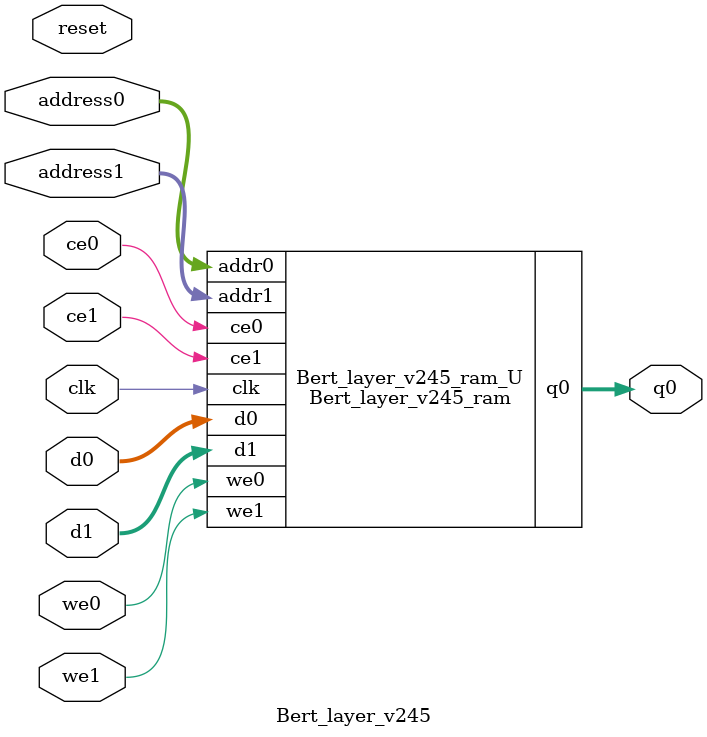
<source format=v>
`timescale 1 ns / 1 ps
module Bert_layer_v245_ram (addr0, ce0, d0, we0, q0, addr1, ce1, d1, we1,  clk);

parameter DWIDTH = 32;
parameter AWIDTH = 16;
parameter MEM_SIZE = 36864;

input[AWIDTH-1:0] addr0;
input ce0;
input[DWIDTH-1:0] d0;
input we0;
output reg[DWIDTH-1:0] q0;
input[AWIDTH-1:0] addr1;
input ce1;
input[DWIDTH-1:0] d1;
input we1;
input clk;

(* ram_style = "block" *)reg [DWIDTH-1:0] ram[0:MEM_SIZE-1];




always @(posedge clk)  
begin 
    if (ce0) begin
        if (we0) 
            ram[addr0] <= d0; 
        q0 <= ram[addr0];
    end
end


always @(posedge clk)  
begin 
    if (ce1) begin
        if (we1) 
            ram[addr1] <= d1; 
    end
end


endmodule

`timescale 1 ns / 1 ps
module Bert_layer_v245(
    reset,
    clk,
    address0,
    ce0,
    we0,
    d0,
    q0,
    address1,
    ce1,
    we1,
    d1);

parameter DataWidth = 32'd32;
parameter AddressRange = 32'd36864;
parameter AddressWidth = 32'd16;
input reset;
input clk;
input[AddressWidth - 1:0] address0;
input ce0;
input we0;
input[DataWidth - 1:0] d0;
output[DataWidth - 1:0] q0;
input[AddressWidth - 1:0] address1;
input ce1;
input we1;
input[DataWidth - 1:0] d1;



Bert_layer_v245_ram Bert_layer_v245_ram_U(
    .clk( clk ),
    .addr0( address0 ),
    .ce0( ce0 ),
    .we0( we0 ),
    .d0( d0 ),
    .q0( q0 ),
    .addr1( address1 ),
    .ce1( ce1 ),
    .we1( we1 ),
    .d1( d1 ));

endmodule


</source>
